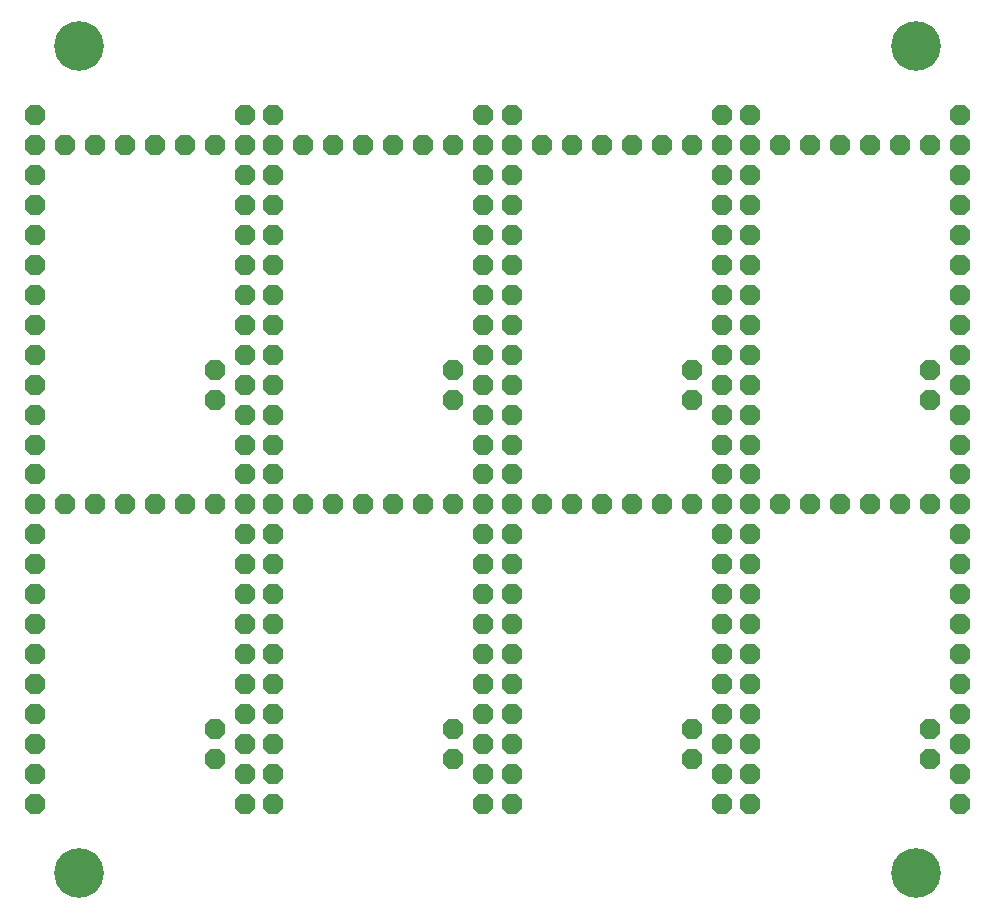
<source format=gbs>
G75*
%MOIN*%
%OFA0B0*%
%FSLAX24Y24*%
%IPPOS*%
%LPD*%
%AMOC8*
5,1,8,0,0,1.08239X$1,22.5*
%
%ADD10C,0.1655*%
%ADD11OC8,0.0671*%
D10*
X006685Y006405D03*
X034559Y006405D03*
X034559Y033964D03*
X006685Y033964D03*
D11*
X005192Y031669D03*
X005192Y030669D03*
X005192Y029669D03*
X005192Y028669D03*
X005192Y027669D03*
X005192Y026669D03*
X005192Y025669D03*
X005192Y024669D03*
X005192Y023669D03*
X005192Y022669D03*
X005192Y021669D03*
X005192Y020669D03*
X005192Y019700D03*
X005192Y018700D03*
X005192Y017700D03*
X005192Y016700D03*
X005192Y015700D03*
X005192Y014700D03*
X005192Y013700D03*
X005192Y012700D03*
X005192Y011700D03*
X005192Y010700D03*
X005192Y009700D03*
X005192Y008700D03*
X011192Y010200D03*
X012192Y009700D03*
X012192Y008700D03*
X013145Y008700D03*
X013145Y009700D03*
X013145Y010700D03*
X012192Y010700D03*
X011192Y011200D03*
X012192Y011700D03*
X013145Y011700D03*
X013145Y012700D03*
X013145Y013700D03*
X012192Y013700D03*
X012192Y012700D03*
X012192Y014700D03*
X013145Y014700D03*
X013145Y015700D03*
X012192Y015700D03*
X012192Y016700D03*
X013145Y016700D03*
X013145Y017700D03*
X013145Y018700D03*
X012192Y018700D03*
X011192Y018700D03*
X012192Y017700D03*
X012192Y019700D03*
X013145Y019700D03*
X013145Y020669D03*
X012192Y020669D03*
X012192Y021669D03*
X012192Y022669D03*
X011192Y023169D03*
X012192Y023669D03*
X013145Y023669D03*
X013145Y024669D03*
X012192Y024669D03*
X012192Y025669D03*
X012192Y026669D03*
X013145Y026669D03*
X013145Y025669D03*
X013145Y027669D03*
X012192Y027669D03*
X012192Y028669D03*
X013145Y028669D03*
X013145Y029669D03*
X012192Y029669D03*
X012192Y030669D03*
X011192Y030669D03*
X012192Y031669D03*
X013145Y031669D03*
X013145Y030669D03*
X014145Y030669D03*
X015145Y030669D03*
X016145Y030669D03*
X017145Y030669D03*
X018145Y030669D03*
X019145Y030669D03*
X020145Y030669D03*
X020145Y031669D03*
X021098Y031669D03*
X021098Y030669D03*
X022098Y030669D03*
X023098Y030669D03*
X024098Y030669D03*
X025098Y030669D03*
X026098Y030669D03*
X027098Y030669D03*
X028098Y030669D03*
X028098Y031669D03*
X029051Y031669D03*
X029051Y030669D03*
X030051Y030669D03*
X031051Y030669D03*
X032051Y030669D03*
X033051Y030669D03*
X034051Y030669D03*
X035051Y030669D03*
X036051Y030669D03*
X036051Y031669D03*
X036051Y029669D03*
X036051Y028669D03*
X036051Y027669D03*
X036051Y026669D03*
X036051Y025669D03*
X036051Y024669D03*
X036051Y023669D03*
X036051Y022669D03*
X036051Y021669D03*
X036051Y020669D03*
X036051Y019700D03*
X036051Y018700D03*
X036051Y017700D03*
X036051Y016700D03*
X036051Y015700D03*
X036051Y014700D03*
X036051Y013700D03*
X036051Y012700D03*
X036051Y011700D03*
X036051Y010700D03*
X036051Y009700D03*
X036051Y008700D03*
X035051Y010200D03*
X035051Y011200D03*
X029051Y010700D03*
X028098Y010700D03*
X027098Y010200D03*
X028098Y009700D03*
X028098Y008700D03*
X029051Y008700D03*
X029051Y009700D03*
X027098Y011200D03*
X028098Y011700D03*
X029051Y011700D03*
X029051Y012700D03*
X029051Y013700D03*
X028098Y013700D03*
X028098Y012700D03*
X028098Y014700D03*
X029051Y014700D03*
X029051Y015700D03*
X028098Y015700D03*
X028098Y016700D03*
X029051Y016700D03*
X029051Y017700D03*
X029051Y018700D03*
X030051Y018700D03*
X031051Y018700D03*
X032051Y018700D03*
X033051Y018700D03*
X034051Y018700D03*
X035051Y018700D03*
X035051Y022169D03*
X035051Y023169D03*
X029051Y023669D03*
X028098Y023669D03*
X027098Y023169D03*
X028098Y022669D03*
X028098Y021669D03*
X027098Y022169D03*
X028098Y020669D03*
X029051Y020669D03*
X029051Y019700D03*
X028098Y019700D03*
X028098Y018700D03*
X028098Y017700D03*
X027098Y018700D03*
X026098Y018700D03*
X025098Y018700D03*
X024098Y018700D03*
X023098Y018700D03*
X022098Y018700D03*
X021098Y018700D03*
X021098Y017700D03*
X020145Y017700D03*
X020145Y018700D03*
X019145Y018700D03*
X018145Y018700D03*
X017145Y018700D03*
X016145Y018700D03*
X015145Y018700D03*
X014145Y018700D03*
X013145Y021669D03*
X013145Y022669D03*
X011192Y022169D03*
X010192Y018700D03*
X009192Y018700D03*
X008192Y018700D03*
X007192Y018700D03*
X006192Y018700D03*
X006192Y030669D03*
X007192Y030669D03*
X008192Y030669D03*
X009192Y030669D03*
X010192Y030669D03*
X019145Y023169D03*
X020145Y023669D03*
X021098Y023669D03*
X021098Y024669D03*
X020145Y024669D03*
X020145Y025669D03*
X020145Y026669D03*
X021098Y026669D03*
X021098Y025669D03*
X021098Y027669D03*
X020145Y027669D03*
X020145Y028669D03*
X021098Y028669D03*
X021098Y029669D03*
X020145Y029669D03*
X020145Y022669D03*
X020145Y021669D03*
X019145Y022169D03*
X020145Y020669D03*
X021098Y020669D03*
X021098Y019700D03*
X020145Y019700D03*
X021098Y021669D03*
X021098Y022669D03*
X021098Y016700D03*
X020145Y016700D03*
X020145Y015700D03*
X021098Y015700D03*
X021098Y014700D03*
X020145Y014700D03*
X020145Y013700D03*
X020145Y012700D03*
X021098Y012700D03*
X021098Y013700D03*
X021098Y011700D03*
X020145Y011700D03*
X019145Y011200D03*
X020145Y010700D03*
X019145Y010200D03*
X020145Y009700D03*
X020145Y008700D03*
X021098Y008700D03*
X021098Y009700D03*
X021098Y010700D03*
X029051Y021669D03*
X029051Y022669D03*
X029051Y024669D03*
X028098Y024669D03*
X028098Y025669D03*
X028098Y026669D03*
X029051Y026669D03*
X029051Y025669D03*
X029051Y027669D03*
X028098Y027669D03*
X028098Y028669D03*
X029051Y028669D03*
X029051Y029669D03*
X028098Y029669D03*
M02*

</source>
